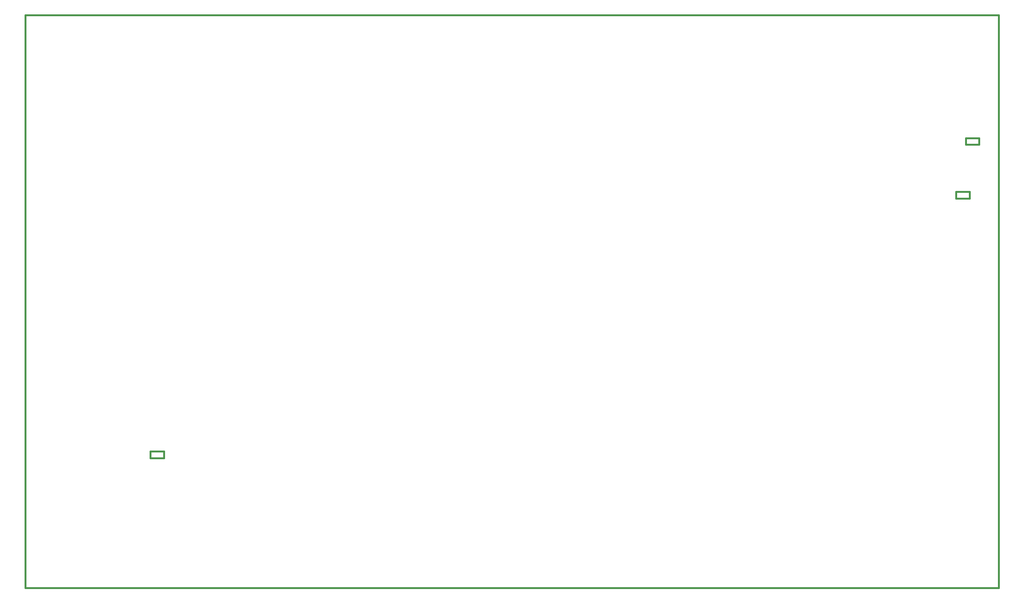
<source format=gko>
%FSLAX33Y33*%
%MOMM*%
%ADD10C,0.381*%
D10*
%LNpath-145*%
G01*
X0Y0D02*
X218200Y0D01*
X218200Y128500*
X0Y128500*
X0Y0*
X28049Y29124D02*
X31049Y29124D01*
X31049Y30624*
X28049Y30624*
X28049Y29124*
X208649Y87374D02*
X211649Y87374D01*
X211649Y88874*
X208649Y88874*
X208649Y87374*
X210825Y99425D02*
X213825Y99425D01*
X213825Y100925*
X210825Y100925*
X210825Y99425*
%LNmechanical details_traces*%
M02*
</source>
